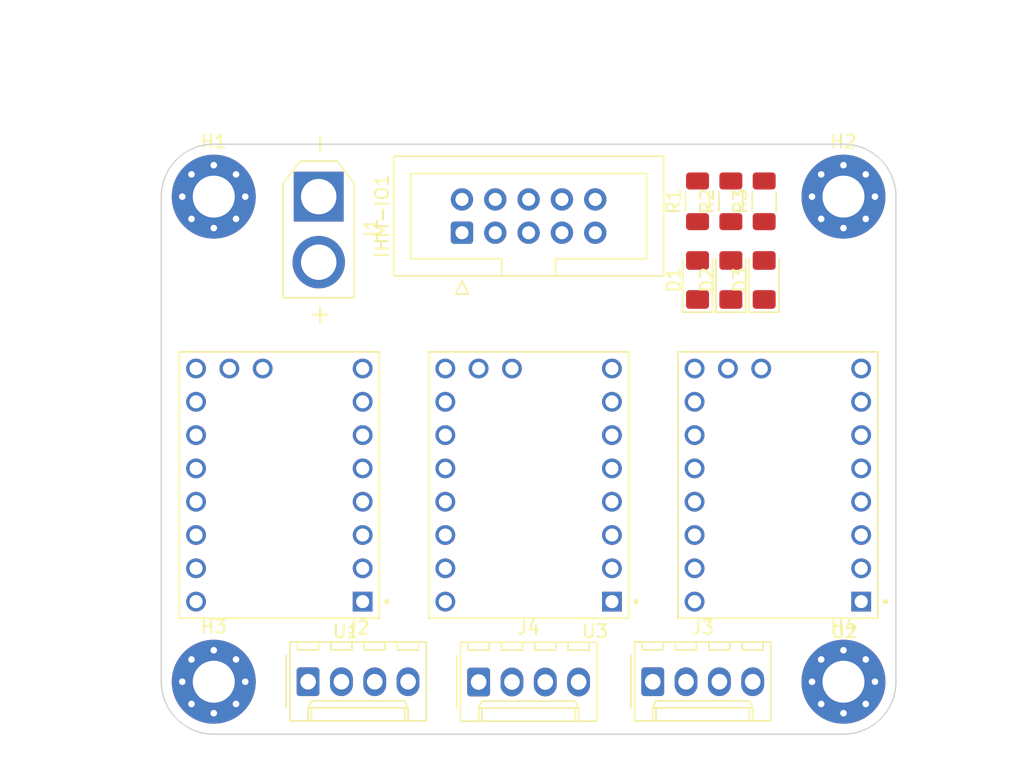
<source format=kicad_pcb>
(kicad_pcb (version 20240108) (generator "pcbnew") (generator_version "8.0")
  (layers (0 "F.Cu" signal "Front") (31 "B.Cu" signal "Back") (34 "B.Paste" user) (35 "F.Paste" user) (36 "B.SilkS" user "B.Silkscreen") (37 "F.SilkS" user "F.Silkscreen") (38 "B.Mask" user) (39 "F.Mask" user) (44 "Edge.Cuts" user))
  (net 0 "")
  (net 8 "+3V3")
  (net 9 "DIR_1")
  (net 10 "STEP_3")
  (net 11 "DIR_3")
  (net 12 "STEP_1")
  (net 13 "DIR_2")
  (net 14 "STEP_2")
  (net 15 "GND")
  (net 16 "+5V")
  (net 17 "EN")
  (net 18 "+24V")
  (net 19 "Net-(J2-Pin_4)")
  (net 20 "Net-(J2-Pin_2)")
  (net 21 "Net-(J2-Pin_1)")
  (net 22 "Net-(J2-Pin_3)")
  (net 23 "Net-(J3-Pin_3)")
  (net 24 "Net-(J3-Pin_1)")
  (net 25 "Net-(J3-Pin_4)")
  (net 26 "Net-(J3-Pin_2)")
  (net 27 "Net-(J4-Pin_3)")
  (net 28 "Net-(J4-Pin_4)")
  (net 29 "Net-(J4-Pin_1)")
  (net 30 "Net-(J4-Pin_2)")
  (net 45 "Net-(D1-A)")
  (net 46 "Net-(D2-A)")
  (net 47 "Net-(D3-A)")
  (footprint "Resistor_SMD:R_1206_3216Metric_Pad1.30x1.75mm_HandSolder" (layer "F.Cu") (at 153.415999 54.355999 90)
    (property "Reference" "R2" (at 0 -1.82 90) (layer "F.SilkS"))
    (property "Value" "R_Small")
    (fp_line (start -0.727064 -0.91) (end 0.727064 -0.91) (stroke (width 0.12)) (layer "F.SilkS"))
    (fp_line (start -0.727064 0.91) (end 0.727064 0.91) (stroke (width 0.12)) (layer "F.SilkS"))
    (pad "1" smd roundrect (at -1.550001 0 90) (size 1.3 1.75) (layers "F.Cu" "F.Paste" "F.Mask") (roundrect_rratio 0.192308) (net 46 "Net-(D2-A)"))
    (pad "2" smd roundrect (at 1.550001 0 90) (size 1.3 1.75) (layers "F.Cu" "F.Paste" "F.Mask") (roundrect_rratio 0.192308) (net 16 "+5V"))
  )
  (footprint "LED_SMD:LED_1206_3216Metric_Pad1.42x1.75mm_HandSolder" (layer "F.Cu") (at 150.876 60.356 90)
    (property "Reference" "D1" (at 0 -1.82 90) (layer "F.SilkS"))
    (property "Value" "LED_Small")
    (fp_line (start 1.6 -1.135) (end -2.46 -1.135) (stroke (width 0.12)) (layer "F.SilkS"))
    (fp_line (start -2.46 -1.135) (end -2.46 1.135) (stroke (width 0.12)) (layer "F.SilkS"))
    (fp_line (start -2.46 1.135) (end 1.6 1.135) (stroke (width 0.12)) (layer "F.SilkS"))
    (pad "1" smd roundrect (at -1.4875 0 90) (size 1.425 1.75) (layers "F.Cu" "F.Paste" "F.Mask") (roundrect_rratio 0.175439) (net 15 "GND"))
    (pad "2" smd roundrect (at 1.4875 0 90) (size 1.425 1.75) (layers "F.Cu" "F.Paste" "F.Mask") (roundrect_rratio 0.175439) (net 45 "Net-(D1-A)"))
  )
  (footprint "MountingHole:MountingHole_3.2mm_M3_Pad_Via" (layer "F.Cu") (at 114 91)
    (property "Reference" "H3" (at 0 -4.2 0) (layer "F.SilkS"))
    (property "Value" "M3")
    (pad "1" thru_hole circle (at -2.4 0) (size 0.8 0.8) (drill 0.5) (layers "*.Cu" "*.Mask") (net 15 "GND"))
    (pad "1" thru_hole circle (at -1.697056 -1.697056) (size 0.8 0.8) (drill 0.5) (layers "*.Cu" "*.Mask") (net 15 "GND"))
    (pad "1" thru_hole circle (at -1.697056 1.697056) (size 0.8 0.8) (drill 0.5) (layers "*.Cu" "*.Mask") (net 15 "GND"))
    (pad "1" thru_hole circle (at 0 -2.4) (size 0.8 0.8) (drill 0.5) (layers "*.Cu" "*.Mask") (net 15 "GND"))
    (pad "1" thru_hole circle (at 0 0) (size 6.4 6.4) (drill 3.2) (layers "*.Cu" "*.Mask") (net 15 "GND"))
    (pad "1" thru_hole circle (at 0 2.4) (size 0.8 0.8) (drill 0.5) (layers "*.Cu" "*.Mask") (net 15 "GND"))
    (pad "1" thru_hole circle (at 1.697056 -1.697056) (size 0.8 0.8) (drill 0.5) (layers "*.Cu" "*.Mask") (net 15 "GND"))
    (pad "1" thru_hole circle (at 1.697056 1.697056) (size 0.8 0.8) (drill 0.5) (layers "*.Cu" "*.Mask") (net 15 "GND"))
    (pad "1" thru_hole circle (at 2.4 0) (size 0.8 0.8) (drill 0.5) (layers "*.Cu" "*.Mask") (net 15 "GND"))
  )
  (footprint "MountingHole:MountingHole_3.2mm_M3_Pad_Via" (layer "F.Cu") (at 114 54)
    (property "Reference" "H1" (at 0 -4.2 0) (layer "F.SilkS"))
    (property "Value" "M3")
    (pad "1" thru_hole circle (at -2.4 0) (size 0.8 0.8) (drill 0.5) (layers "*.Cu" "*.Mask") (net 15 "GND"))
    (pad "1" thru_hole circle (at -1.697056 -1.697056) (size 0.8 0.8) (drill 0.5) (layers "*.Cu" "*.Mask") (net 15 "GND"))
    (pad "1" thru_hole circle (at -1.697056 1.697056) (size 0.8 0.8) (drill 0.5) (layers "*.Cu" "*.Mask") (net 15 "GND"))
    (pad "1" thru_hole circle (at 0 -2.4) (size 0.8 0.8) (drill 0.5) (layers "*.Cu" "*.Mask") (net 15 "GND"))
    (pad "1" thru_hole circle (at 0 0) (size 6.4 6.4) (drill 3.2) (layers "*.Cu" "*.Mask") (net 15 "GND"))
    (pad "1" thru_hole circle (at 0 2.4) (size 0.8 0.8) (drill 0.5) (layers "*.Cu" "*.Mask") (net 15 "GND"))
    (pad "1" thru_hole circle (at 1.697056 -1.697056) (size 0.8 0.8) (drill 0.5) (layers "*.Cu" "*.Mask") (net 15 "GND"))
    (pad "1" thru_hole circle (at 1.697056 1.697056) (size 0.8 0.8) (drill 0.5) (layers "*.Cu" "*.Mask") (net 15 "GND"))
    (pad "1" thru_hole circle (at 2.4 0) (size 0.8 0.8) (drill 0.5) (layers "*.Cu" "*.Mask") (net 15 "GND"))
  )
  (footprint "TMC2209_SILENTSTEPSTICK:MODULE_TMC2209_SILENTSTEPSTICK" (layer "F.Cu") (at 119 76 180)
    (property "Reference" "U1" (at -5.075 -11.155 360) (layer "F.SilkS"))
    (property "Value" "TMC2209_SILENTSTEPSTICK")
    (fp_line (start 7.62 10.16) (end -7.62 10.16) (stroke (width 0.127)) (layer "F.SilkS"))
    (fp_line (start 7.62 -10.16) (end 7.62 10.16) (stroke (width 0.127)) (layer "F.SilkS"))
    (fp_line (start -7.62 10.16) (end -7.62 -10.16) (stroke (width 0.127)) (layer "F.SilkS"))
    (fp_line (start -7.62 -10.16) (end 7.62 -10.16) (stroke (width 0.127)) (layer "F.SilkS"))
    (fp_circle (center -8.2 -8.89) (end -8.1 -8.89) (stroke (width 0.2)) (fill none) (layer "F.SilkS"))
    (pad "1" thru_hole rect (at -6.35 -8.89 180) (size 1.508 1.508) (drill 1) (layers "*.Cu" "*.Mask") (net 15 "GND"))
    (pad "2" thru_hole circle (at -6.35 -6.35 180) (size 1.508 1.508) (drill 1) (layers "*.Cu" "*.Mask") (net 8 "+3V3"))
    (pad "3" thru_hole circle (at -6.35 -3.81 180) (size 1.508 1.508) (drill 1) (layers "*.Cu" "*.Mask") (net 20 "Net-(J2-Pin_2)"))
    (pad "4" thru_hole circle (at -6.35 -1.270001 180) (size 1.508 1.508) (drill 1) (layers "*.Cu" "*.Mask") (net 19 "Net-(J2-Pin_4)"))
    (pad "5" thru_hole circle (at -6.35 1.270001 180) (size 1.508 1.508) (drill 1) (layers "*.Cu" "*.Mask") (net 22 "Net-(J2-Pin_3)"))
    (pad "6" thru_hole circle (at -6.35 3.81 180) (size 1.508 1.508) (drill 1) (layers "*.Cu" "*.Mask") (net 21 "Net-(J2-Pin_1)"))
    (pad "7" thru_hole circle (at -6.35 6.35 180) (size 1.508 1.508) (drill 1) (layers "*.Cu" "*.Mask") (net 15 "GND"))
    (pad "8" thru_hole circle (at -6.35 8.89 180) (size 1.508 1.508) (drill 1) (layers "*.Cu" "*.Mask") (net 18 "+24V"))
    (pad "9" thru_hole circle (at 6.35 -8.89 180) (size 1.508 1.508) (drill 1) (layers "*.Cu" "*.Mask") (net 9 "DIR_1"))
    (pad "10" thru_hole circle (at 6.35 -6.35 180) (size 1.508 1.508) (drill 1) (layers "*.Cu" "*.Mask") (net 12 "STEP_1"))
    (pad "11" thru_hole circle (at 6.35 -3.81 180) (size 1.508 1.508) (drill 1) (layers "*.Cu" "*.Mask"))
    (pad "12" thru_hole circle (at 6.35 -1.270001 180) (size 1.508 1.508) (drill 1) (layers "*.Cu" "*.Mask"))
    (pad "13" thru_hole circle (at 6.35 1.270001 180) (size 1.508 1.508) (drill 1) (layers "*.Cu" "*.Mask"))
    (pad "14" thru_hole circle (at 6.35 3.81 180) (size 1.508 1.508) (drill 1) (layers "*.Cu" "*.Mask"))
    (pad "15" thru_hole circle (at 6.35 6.35 180) (size 1.508 1.508) (drill 1) (layers "*.Cu" "*.Mask"))
    (pad "16" thru_hole circle (at 6.35 8.89 180) (size 1.508 1.508) (drill 1) (layers "*.Cu" "*.Mask") (net 17 "EN"))
    (pad "17" thru_hole circle (at 1.27 8.89 180) (size 1.508 1.508) (drill 1) (layers "*.Cu" "*.Mask"))
    (pad "18" thru_hole circle (at 3.81 8.89 180) (size 1.508 1.508) (drill 1) (layers "*.Cu" "*.Mask"))
  )
  (footprint "TMC2209_SILENTSTEPSTICK:MODULE_TMC2209_SILENTSTEPSTICK" (layer "F.Cu") (at 138 76 180)
    (property "Reference" "U3" (at -5.075 -11.155 360) (layer "F.SilkS"))
    (property "Value" "TMC2209_SILENTSTEPSTICK")
    (fp_line (start 7.62 10.16) (end -7.62 10.16) (stroke (width 0.127)) (layer "F.SilkS"))
    (fp_line (start 7.62 -10.16) (end 7.62 10.16) (stroke (width 0.127)) (layer "F.SilkS"))
    (fp_line (start -7.62 10.16) (end -7.62 -10.16) (stroke (width 0.127)) (layer "F.SilkS"))
    (fp_line (start -7.62 -10.16) (end 7.62 -10.16) (stroke (width 0.127)) (layer "F.SilkS"))
    (fp_circle (center -8.2 -8.89) (end -8.1 -8.89) (stroke (width 0.2)) (fill none) (layer "F.SilkS"))
    (pad "1" thru_hole rect (at -6.35 -8.89 180) (size 1.508 1.508) (drill 1) (layers "*.Cu" "*.Mask") (net 15 "GND"))
    (pad "2" thru_hole circle (at -6.35 -6.35 180) (size 1.508 1.508) (drill 1) (layers "*.Cu" "*.Mask") (net 8 "+3V3"))
    (pad "3" thru_hole circle (at -6.35 -3.81 180) (size 1.508 1.508) (drill 1) (layers "*.Cu" "*.Mask") (net 30 "Net-(J4-Pin_2)"))
    (pad "4" thru_hole circle (at -6.35 -1.270001 180) (size 1.508 1.508) (drill 1) (layers "*.Cu" "*.Mask") (net 28 "Net-(J4-Pin_4)"))
    (pad "5" thru_hole circle (at -6.35 1.270001 180) (size 1.508 1.508) (drill 1) (layers "*.Cu" "*.Mask") (net 27 "Net-(J4-Pin_3)"))
    (pad "6" thru_hole circle (at -6.35 3.81 180) (size 1.508 1.508) (drill 1) (layers "*.Cu" "*.Mask") (net 29 "Net-(J4-Pin_1)"))
    (pad "7" thru_hole circle (at -6.35 6.35 180) (size 1.508 1.508) (drill 1) (layers "*.Cu" "*.Mask") (net 15 "GND"))
    (pad "8" thru_hole circle (at -6.35 8.89 180) (size 1.508 1.508) (drill 1) (layers "*.Cu" "*.Mask") (net 18 "+24V"))
    (pad "9" thru_hole circle (at 6.35 -8.89 180) (size 1.508 1.508) (drill 1) (layers "*.Cu" "*.Mask") (net 10 "STEP_3"))
    (pad "10" thru_hole circle (at 6.35 -6.35 180) (size 1.508 1.508) (drill 1) (layers "*.Cu" "*.Mask") (net 11 "DIR_3"))
    (pad "11" thru_hole circle (at 6.35 -3.81 180) (size 1.508 1.508) (drill 1) (layers "*.Cu" "*.Mask"))
    (pad "12" thru_hole circle (at 6.35 -1.270001 180) (size 1.508 1.508) (drill 1) (layers "*.Cu" "*.Mask"))
    (pad "13" thru_hole circle (at 6.35 1.270001 180) (size 1.508 1.508) (drill 1) (layers "*.Cu" "*.Mask"))
    (pad "14" thru_hole circle (at 6.35 3.81 180) (size 1.508 1.508) (drill 1) (layers "*.Cu" "*.Mask"))
    (pad "15" thru_hole circle (at 6.35 6.35 180) (size 1.508 1.508) (drill 1) (layers "*.Cu" "*.Mask"))
    (pad "16" thru_hole circle (at 6.35 8.89 180) (size 1.508 1.508) (drill 1) (layers "*.Cu" "*.Mask") (net 17 "EN"))
    (pad "17" thru_hole circle (at 1.27 8.89 180) (size 1.508 1.508) (drill 1) (layers "*.Cu" "*.Mask"))
    (pad "18" thru_hole circle (at 3.81 8.89 180) (size 1.508 1.508) (drill 1) (layers "*.Cu" "*.Mask"))
  )
  (footprint "Connector_Molex:Molex_KK-254_AE-6410-04A_1x04_P2.54mm_Vertical" (layer "F.Cu") (at 147.46 91)
    (property "Reference" "J3" (at 3.81 -4.12 0) (layer "F.SilkS"))
    (property "Value" "Conn_01x04")
    (fp_line (start -1.67 -2) (end -1.67 2) (stroke (width 0.12)) (layer "F.SilkS"))
    (fp_line (start -1.38 -3.03) (end -1.38 2.99) (stroke (width 0.12)) (layer "F.SilkS"))
    (fp_line (start -1.38 2.99) (end 9 2.99) (stroke (width 0.12)) (layer "F.SilkS"))
    (fp_line (start -0.8 -3.03) (end -0.8 -2.43) (stroke (width 0.12)) (layer "F.SilkS"))
    (fp_line (start -0.8 -2.43) (end 0.8 -2.43) (stroke (width 0.12)) (layer "F.SilkS"))
    (fp_line (start 0 1.99) (end 0.25 1.46) (stroke (width 0.12)) (layer "F.SilkS"))
    (fp_line (start 0 1.99) (end 7.62 1.99) (stroke (width 0.12)) (layer "F.SilkS"))
    (fp_line (start 0 2.99) (end 0 1.99) (stroke (width 0.12)) (layer "F.SilkS"))
    (fp_line (start 0.25 1.46) (end 7.37 1.46) (stroke (width 0.12)) (layer "F.SilkS"))
    (fp_line (start 0.25 2.99) (end 0.25 1.99) (stroke (width 0.12)) (layer "F.SilkS"))
    (fp_line (start 0.8 -2.43) (end 0.8 -3.03) (stroke (width 0.12)) (layer "F.SilkS"))
    (fp_line (start 1.74 -3.03) (end 1.74 -2.43) (stroke (width 0.12)) (layer "F.SilkS"))
    (fp_line (start 1.74 -2.43) (end 3.34 -2.43) (stroke (width 0.12)) (layer "F.SilkS"))
    (fp_line (start 3.34 -2.43) (end 3.34 -3.03) (stroke (width 0.12)) (layer "F.SilkS"))
    (fp_line (start 4.28 -3.03) (end 4.28 -2.43) (stroke (width 0.12)) (layer "F.SilkS"))
    (fp_line (start 4.28 -2.43) (end 5.88 -2.43) (stroke (width 0.12)) (layer "F.SilkS"))
    (fp_line (start 5.88 -2.43) (end 5.88 -3.03) (stroke (width 0.12)) (layer "F.SilkS"))
    (fp_line (start 6.82 -3.03) (end 6.82 -2.43) (stroke (width 0.12)) (layer "F.SilkS"))
    (fp_line (start 6.82 -2.43) (end 8.42 -2.43) (stroke (width 0.12)) (layer "F.SilkS"))
    (fp_line (start 7.37 1.46) (end 7.62 1.99) (stroke (width 0.12)) (layer "F.SilkS"))
    (fp_line (start 7.37 2.99) (end 7.37 1.99) (stroke (width 0.12)) (layer "F.SilkS"))
    (fp_line (start 7.62 1.99) (end 7.62 2.99) (stroke (width 0.12)) (layer "F.SilkS"))
    (fp_line (start 8.42 -2.43) (end 8.42 -3.03) (stroke (width 0.12)) (layer "F.SilkS"))
    (fp_line (start 9 -3.03) (end -1.38 -3.03) (stroke (width 0.12)) (layer "F.SilkS"))
    (fp_line (start 9 2.99) (end 9 -3.03) (stroke (width 0.12)) (layer "F.SilkS"))
    (pad "1" thru_hole roundrect (at 0 0) (size 1.74 2.19) (drill 1.19) (layers "*.Cu" "*.Mask") (roundrect_rratio 0.143678) (net 24 "Net-(J3-Pin_1)"))
    (pad "2" thru_hole oval (at 2.54 0) (size 1.74 2.19) (drill 1.19) (layers "*.Cu" "*.Mask") (net 26 "Net-(J3-Pin_2)"))
    (pad "3" thru_hole oval (at 5.08 0) (size 1.74 2.19) (drill 1.19) (layers "*.Cu" "*.Mask") (net 23 "Net-(J3-Pin_3)"))
    (pad "4" thru_hole oval (at 7.62 0) (size 1.74 2.19) (drill 1.19) (layers "*.Cu" "*.Mask") (net 25 "Net-(J3-Pin_4)"))
  )
  (footprint "Connector_Molex:Molex_KK-254_AE-6410-04A_1x04_P2.54mm_Vertical" (layer "F.Cu") (at 134.19 91.02)
    (property "Reference" "J4" (at 3.81 -4.12 0) (layer "F.SilkS"))
    (property "Value" "Conn_01x04")
    (fp_line (start -1.67 -2) (end -1.67 2) (stroke (width 0.12)) (layer "F.SilkS"))
    (fp_line (start -1.38 -3.03) (end -1.38 2.99) (stroke (width 0.12)) (layer "F.SilkS"))
    (fp_line (start -1.38 2.99) (end 9 2.99) (stroke (width 0.12)) (layer "F.SilkS"))
    (fp_line (start -0.8 -3.03) (end -0.8 -2.43) (stroke (width 0.12)) (layer "F.SilkS"))
    (fp_line (start -0.8 -2.43) (end 0.8 -2.43) (stroke (width 0.12)) (layer "F.SilkS"))
    (fp_line (start 0 1.99) (end 0.25 1.46) (stroke (width 0.12)) (layer "F.SilkS"))
    (fp_line (start 0 1.99) (end 7.62 1.99) (stroke (width 0.12)) (layer "F.SilkS"))
    (fp_line (start 0 2.99) (end 0 1.99) (stroke (width 0.12)) (layer "F.SilkS"))
    (fp_line (start 0.25 1.46) (end 7.37 1.46) (stroke (width 0.12)) (layer "F.SilkS"))
    (fp_line (start 0.25 2.99) (end 0.25 1.99) (stroke (width 0.12)) (layer "F.SilkS"))
    (fp_line (start 0.8 -2.43) (end 0.8 -3.03) (stroke (width 0.12)) (layer "F.SilkS"))
    (fp_line (start 1.74 -3.03) (end 1.74 -2.43) (stroke (width 0.12)) (layer "F.SilkS"))
    (fp_line (start 1.74 -2.43) (end 3.34 -2.43) (stroke (width 0.12)) (layer "F.SilkS"))
    (fp_line (start 3.34 -2.43) (end 3.34 -3.03) (stroke (width 0.12)) (layer "F.SilkS"))
    (fp_line (start 4.28 -3.03) (end 4.28 -2.43) (stroke (width 0.12)) (layer "F.SilkS"))
    (fp_line (start 4.28 -2.43) (end 5.88 -2.43) (stroke (width 0.12)) (layer "F.SilkS"))
    (fp_line (start 5.88 -2.43) (end 5.88 -3.03) (stroke (width 0.12)) (layer "F.SilkS"))
    (fp_line (start 6.82 -3.03) (end 6.82 -2.43) (stroke (width 0.12)) (layer "F.SilkS"))
    (fp_line (start 6.82 -2.43) (end 8.42 -2.43) (stroke (width 0.12)) (layer "F.SilkS"))
    (fp_line (start 7.37 1.46) (end 7.62 1.99) (stroke (width 0.12)) (layer "F.SilkS"))
    (fp_line (start 7.37 2.99) (end 7.37 1.99) (stroke (width 0.12)) (layer "F.SilkS"))
    (fp_line (start 7.62 1.99) (end 7.62 2.99) (stroke (width 0.12)) (layer "F.SilkS"))
    (fp_line (start 8.42 -2.43) (end 8.42 -3.03) (stroke (width 0.12)) (layer "F.SilkS"))
    (fp_line (start 9 -3.03) (end -1.38 -3.03) (stroke (width 0.12)) (layer "F.SilkS"))
    (fp_line (start 9 2.99) (end 9 -3.03) (stroke (width 0.12)) (layer "F.SilkS"))
    (pad "1" thru_hole roundrect (at 0 0) (size 1.74 2.19) (drill 1.19) (layers "*.Cu" "*.Mask") (roundrect_rratio 0.143678) (net 29 "Net-(J4-Pin_1)"))
    (pad "2" thru_hole oval (at 2.54 0) (size 1.74 2.19) (drill 1.19) (layers "*.Cu" "*.Mask") (net 30 "Net-(J4-Pin_2)"))
    (pad "3" thru_hole oval (at 5.08 0) (size 1.74 2.19) (drill 1.19) (layers "*.Cu" "*.Mask") (net 27 "Net-(J4-Pin_3)"))
    (pad "4" thru_hole oval (at 7.62 0) (size 1.74 2.19) (drill 1.19) (layers "*.Cu" "*.Mask") (net 28 "Net-(J4-Pin_4)"))
  )
  (footprint "LED_SMD:LED_1206_3216Metric_Pad1.42x1.75mm_HandSolder" (layer "F.Cu") (at 153.415999 60.356 90)
    (property "Reference" "D2" (at 0 -1.82 90) (layer "F.SilkS"))
    (property "Value" "LED_Small")
    (fp_line (start 1.6 -1.135) (end -2.46 -1.135) (stroke (width 0.12)) (layer "F.SilkS"))
    (fp_line (start -2.46 -1.135) (end -2.46 1.135) (stroke (width 0.12)) (layer "F.SilkS"))
    (fp_line (start -2.46 1.135) (end 1.6 1.135) (stroke (width 0.12)) (layer "F.SilkS"))
    (pad "1" smd roundrect (at -1.4875 0 90) (size 1.425 1.75) (layers "F.Cu" "F.Paste" "F.Mask") (roundrect_rratio 0.175439) (net 15 "GND"))
    (pad "2" smd roundrect (at 1.4875 0 90) (size 1.425 1.75) (layers "F.Cu" "F.Paste" "F.Mask") (roundrect_rratio 0.175439) (net 46 "Net-(D2-A)"))
  )
  (footprint "Connector_Molex:Molex_KK-254_AE-6410-04A_1x04_P2.54mm_Vertical" (layer "F.Cu") (at 121.19 91)
    (property "Reference" "J2" (at 3.81 -4.12 0) (layer "F.SilkS"))
    (property "Value" "Conn_01x04")
    (fp_line (start -1.67 -2) (end -1.67 2) (stroke (width 0.12)) (layer "F.SilkS"))
    (fp_line (start -1.38 -3.03) (end -1.38 2.99) (stroke (width 0.12)) (layer "F.SilkS"))
    (fp_line (start -1.38 2.99) (end 9 2.99) (stroke (width 0.12)) (layer "F.SilkS"))
    (fp_line (start -0.8 -3.03) (end -0.8 -2.43) (stroke (width 0.12)) (layer "F.SilkS"))
    (fp_line (start -0.8 -2.43) (end 0.8 -2.43) (stroke (width 0.12)) (layer "F.SilkS"))
    (fp_line (start 0 1.99) (end 0.25 1.46) (stroke (width 0.12)) (layer "F.SilkS"))
    (fp_line (start 0 1.99) (end 7.62 1.99) (stroke (width 0.12)) (layer "F.SilkS"))
    (fp_line (start 0 2.99) (end 0 1.99) (stroke (width 0.12)) (layer "F.SilkS"))
    (fp_line (start 0.25 1.46) (end 7.37 1.46) (stroke (width 0.12)) (layer "F.SilkS"))
    (fp_line (start 0.25 2.99) (end 0.25 1.99) (stroke (width 0.12)) (layer "F.SilkS"))
    (fp_line (start 0.8 -2.43) (end 0.8 -3.03) (stroke (width 0.12)) (layer "F.SilkS"))
    (fp_line (start 1.74 -3.03) (end 1.74 -2.43) (stroke (width 0.12)) (layer "F.SilkS"))
    (fp_line (start 1.74 -2.43) (end 3.34 -2.43) (stroke (width 0.12)) (layer "F.SilkS"))
    (fp_line (start 3.34 -2.43) (end 3.34 -3.03) (stroke (width 0.12)) (layer "F.SilkS"))
    (fp_line (start 4.28 -3.03) (end 4.28 -2.43) (stroke (width 0.12)) (layer "F.SilkS"))
    (fp_line (start 4.28 -2.43) (end 5.88 -2.43) (stroke (width 0.12)) (layer "F.SilkS"))
    (fp_line (start 5.88 -2.43) (end 5.88 -3.03) (stroke (width 0.12)) (layer "F.SilkS"))
    (fp_line (start 6.82 -3.03) (end 6.82 -2.43) (stroke (width 0.12)) (layer "F.SilkS"))
    (fp_line (start 6.82 -2.43) (end 8.42 -2.43) (stroke (width 0.12)) (layer "F.SilkS"))
    (fp_line (start 7.37 1.46) (end 7.62 1.99) (stroke (width 0.12)) (layer "F.SilkS"))
    (fp_line (start 7.37 2.99) (end 7.37 1.99) (stroke (width 0.12)) (layer "F.SilkS"))
    (fp_line (start 7.62 1.99) (end 7.62 2.99) (stroke (width 0.12)) (layer "F.SilkS"))
    (fp_line (start 8.42 -2.43) (end 8.42 -3.03) (stroke (width 0.12)) (layer "F.SilkS"))
    (fp_line (start 9 -3.03) (end -1.38 -3.03) (stroke (width 0.12)) (layer "F.SilkS"))
    (fp_line (start 9 2.99) (end 9 -3.03) (stroke (width 0.12)) (layer "F.SilkS"))
    (pad "1" thru_hole roundrect (at 0 0) (size 1.74 2.19) (drill 1.19) (layers "*.Cu" "*.Mask") (roundrect_rratio 0.143678) (net 21 "Net-(J2-Pin_1)"))
    (pad "2" thru_hole oval (at 2.54 0) (size 1.74 2.19) (drill 1.19) (layers "*.Cu" "*.Mask") (net 20 "Net-(J2-Pin_2)"))
    (pad "3" thru_hole oval (at 5.08 0) (size 1.74 2.19) (drill 1.19) (layers "*.Cu" "*.Mask") (net 22 "Net-(J2-Pin_3)"))
    (pad "4" thru_hole oval (at 7.62 0) (size 1.74 2.19) (drill 1.19) (layers "*.Cu" "*.Mask") (net 19 "Net-(J2-Pin_4)"))
  )
  (footprint "MountingHole:MountingHole_3.2mm_M3_Pad_Via" (layer "F.Cu") (at 162 54)
    (property "Reference" "H2" (at 0 -4.2 0) (layer "F.SilkS"))
    (property "Value" "M3")
    (pad "1" thru_hole circle (at -2.4 0) (size 0.8 0.8) (drill 0.5) (layers "*.Cu" "*.Mask") (net 15 "GND"))
    (pad "1" thru_hole circle (at -1.697056 -1.697056) (size 0.8 0.8) (drill 0.5) (layers "*.Cu" "*.Mask") (net 15 "GND"))
    (pad "1" thru_hole circle (at -1.697056 1.697056) (size 0.8 0.8) (drill 0.5) (layers "*.Cu" "*.Mask") (net 15 "GND"))
    (pad "1" thru_hole circle (at 0 -2.4) (size 0.8 0.8) (drill 0.5) (layers "*.Cu" "*.Mask") (net 15 "GND"))
    (pad "1" thru_hole circle (at 0 0) (size 6.4 6.4) (drill 3.2) (layers "*.Cu" "*.Mask") (net 15 "GND"))
    (pad "1" thru_hole circle (at 0 2.4) (size 0.8 0.8) (drill 0.5) (layers "*.Cu" "*.Mask") (net 15 "GND"))
    (pad "1" thru_hole circle (at 1.697056 -1.697056) (size 0.8 0.8) (drill 0.5) (layers "*.Cu" "*.Mask") (net 15 "GND"))
    (pad "1" thru_hole circle (at 1.697056 1.697056) (size 0.8 0.8) (drill 0.5) (layers "*.Cu" "*.Mask") (net 15 "GND"))
    (pad "1" thru_hole circle (at 2.4 0) (size 0.8 0.8) (drill 0.5) (layers "*.Cu" "*.Mask") (net 15 "GND"))
  )
  (footprint "MountingHole:MountingHole_3.2mm_M3_Pad_Via" (layer "F.Cu") (at 162 91)
    (property "Reference" "H4" (at 0 -4.2 0) (layer "F.SilkS"))
    (property "Value" "M3")
    (pad "1" thru_hole circle (at -2.4 0) (size 0.8 0.8) (drill 0.5) (layers "*.Cu" "*.Mask") (net 15 "GND"))
    (pad "1" thru_hole circle (at -1.697056 -1.697056) (size 0.8 0.8) (drill 0.5) (layers "*.Cu" "*.Mask") (net 15 "GND"))
    (pad "1" thru_hole circle (at -1.697056 1.697056) (size 0.8 0.8) (drill 0.5) (layers "*.Cu" "*.Mask") (net 15 "GND"))
    (pad "1" thru_hole circle (at 0 -2.4) (size 0.8 0.8) (drill 0.5) (layers "*.Cu" "*.Mask") (net 15 "GND"))
    (pad "1" thru_hole circle (at 0 0) (size 6.4 6.4) (drill 3.2) (layers "*.Cu" "*.Mask") (net 15 "GND"))
    (pad "1" thru_hole circle (at 0 2.4) (size 0.8 0.8) (drill 0.5) (layers "*.Cu" "*.Mask") (net 15 "GND"))
    (pad "1" thru_hole circle (at 1.697056 -1.697056) (size 0.8 0.8) (drill 0.5) (layers "*.Cu" "*.Mask") (net 15 "GND"))
    (pad "1" thru_hole circle (at 1.697056 1.697056) (size 0.8 0.8) (drill 0.5) (layers "*.Cu" "*.Mask") (net 15 "GND"))
    (pad "1" thru_hole circle (at 2.4 0) (size 0.8 0.8) (drill 0.5) (layers "*.Cu" "*.Mask") (net 15 "GND"))
  )
  (footprint "LED_SMD:LED_1206_3216Metric_Pad1.42x1.75mm_HandSolder" (layer "F.Cu") (at 155.955999 60.356 90)
    (property "Reference" "D3" (at 0 -1.82 90) (layer "F.SilkS"))
    (property "Value" "LED_Small")
    (fp_line (start 1.6 -1.135) (end -2.46 -1.135) (stroke (width 0.12)) (layer "F.SilkS"))
    (fp_line (start -2.46 -1.135) (end -2.46 1.135) (stroke (width 0.12)) (layer "F.SilkS"))
    (fp_line (start -2.46 1.135) (end 1.6 1.135) (stroke (width 0.12)) (layer "F.SilkS"))
    (pad "1" smd roundrect (at -1.4875 0 90) (size 1.425 1.75) (layers "F.Cu" "F.Paste" "F.Mask") (roundrect_rratio 0.175439) (net 15 "GND"))
    (pad "2" smd roundrect (at 1.4875 0 90) (size 1.425 1.75) (layers "F.Cu" "F.Paste" "F.Mask") (roundrect_rratio 0.175439) (net 47 "Net-(D3-A)"))
  )
  (footprint "Resistor_SMD:R_1206_3216Metric_Pad1.30x1.75mm_HandSolder" (layer "F.Cu") (at 150.875999 54.356 90)
    (property "Reference" "R1" (at 0 -1.82 90) (layer "F.SilkS"))
    (property "Value" "R_Small")
    (fp_line (start -0.727064 -0.91) (end 0.727064 -0.91) (stroke (width 0.12)) (layer "F.SilkS"))
    (fp_line (start -0.727064 0.91) (end 0.727064 0.91) (stroke (width 0.12)) (layer "F.SilkS"))
    (pad "1" smd roundrect (at -1.550001 0 90) (size 1.3 1.75) (layers "F.Cu" "F.Paste" "F.Mask") (roundrect_rratio 0.192308) (net 45 "Net-(D1-A)"))
    (pad "2" smd roundrect (at 1.550001 0 90) (size 1.3 1.75) (layers "F.Cu" "F.Paste" "F.Mask") (roundrect_rratio 0.192308) (net 18 "+24V"))
  )
  (footprint "Connector_AMASS:AMASS_XT30U-F_1x02_P5.0mm_Vertical" (layer "F.Cu") (at 122 54 -90)
    (property "Reference" "J1" (at 2.5 -4 90) (layer "F.SilkS"))
    (property "Value" "XT30")
    (fp_line (start -1.01 2.71) (end 7.71 2.71) (stroke (width 0.12)) (layer "F.SilkS"))
    (fp_line (start -2.71 1.41) (end -1.01 2.71) (stroke (width 0.12)) (layer "F.SilkS"))
    (fp_line (start -2.71 -1.41) (end -2.71 1.41) (stroke (width 0.12)) (layer "F.SilkS"))
    (fp_line (start -2.71 -1.41) (end -1.01 -2.71) (stroke (width 0.12)) (layer "F.SilkS"))
    (fp_line (start -1.01 -2.71) (end 7.71 -2.71) (stroke (width 0.12)) (layer "F.SilkS"))
    (fp_line (start 7.71 -2.71) (end 7.71 2.71) (stroke (width 0.12)) (layer "F.SilkS"))
    (fp_text user "+" (at 9 0 90) (layer "F.SilkS") (effects (font (size 1.5 1.5))))
    (fp_text user "-" (at -4 0 90) (layer "F.SilkS") (effects (font (size 1.5 1.5))))
    (pad "1" thru_hole rect (at 0 0 270) (size 3.8 3.8) (drill 2.7) (layers "*.Cu" "*.Mask") (net 15 "GND"))
    (pad "2" thru_hole circle (at 5 0 270) (size 4 4) (drill 2.7) (layers "*.Cu" "*.Mask") (net 18 "+24V"))
  )
  (footprint "TMC2209_SILENTSTEPSTICK:MODULE_TMC2209_SILENTSTEPSTICK" (layer "F.Cu") (at 157 76 180)
    (property "Reference" "U2" (at -5.075 -11.155 360) (layer "F.SilkS"))
    (property "Value" "TMC2209_SILENTSTEPSTICK")
    (fp_line (start 7.62 10.16) (end -7.62 10.16) (stroke (width 0.127)) (layer "F.SilkS"))
    (fp_line (start 7.62 -10.16) (end 7.62 10.16) (stroke (width 0.127)) (layer "F.SilkS"))
    (fp_line (start -7.62 10.16) (end -7.62 -10.16) (stroke (width 0.127)) (layer "F.SilkS"))
    (fp_line (start -7.62 -10.16) (end 7.62 -10.16) (stroke (width 0.127)) (layer "F.SilkS"))
    (fp_circle (center -8.2 -8.89) (end -8.1 -8.89) (stroke (width 0.2)) (fill none) (layer "F.SilkS"))
    (pad "1" thru_hole rect (at -6.35 -8.89 180) (size 1.508 1.508) (drill 1) (layers "*.Cu" "*.Mask") (net 15 "GND"))
    (pad "2" thru_hole circle (at -6.35 -6.35 180) (size 1.508 1.508) (drill 1) (layers "*.Cu" "*.Mask") (net 8 "+3V3"))
    (pad "3" thru_hole circle (at -6.35 -3.81 180) (size 1.508 1.508) (drill 1) (layers "*.Cu" "*.Mask") (net 26 "Net-(J3-Pin_2)"))
    (pad "4" thru_hole circle (at -6.35 -1.270001 180) (size 1.508 1.508) (drill 1) (layers "*.Cu" "*.Mask") (net 25 "Net-(J3-Pin_4)"))
    (pad "5" thru_hole circle (at -6.35 1.270001 180) (size 1.508 1.508) (drill 1) (layers "*.Cu" "*.Mask") (net 23 "Net-(J3-Pin_3)"))
    (pad "6" thru_hole circle (at -6.35 3.81 180) (size 1.508 1.508) (drill 1) (layers "*.Cu" "*.Mask") (net 24 "Net-(J3-Pin_1)"))
    (pad "7" thru_hole circle (at -6.35 6.35 180) (size 1.508 1.508) (drill 1) (layers "*.Cu" "*.Mask") (net 15 "GND"))
    (pad "8" thru_hole circle (at -6.35 8.89 180) (size 1.508 1.508) (drill 1) (layers "*.Cu" "*.Mask") (net 18 "+24V"))
    (pad "9" thru_hole circle (at 6.35 -8.89 180) (size 1.508 1.508) (drill 1) (layers "*.Cu" "*.Mask") (net 13 "DIR_2"))
    (pad "10" thru_hole circle (at 6.35 -6.35 180) (size 1.508 1.508) (drill 1) (layers "*.Cu" "*.Mask") (net 14 "STEP_2"))
    (pad "11" thru_hole circle (at 6.35 -3.81 180) (size 1.508 1.508) (drill 1) (layers "*.Cu" "*.Mask"))
    (pad "12" thru_hole circle (at 6.35 -1.270001 180) (size 1.508 1.508) (drill 1) (layers "*.Cu" "*.Mask"))
    (pad "13" thru_hole circle (at 6.35 1.270001 180) (size 1.508 1.508) (drill 1) (layers "*.Cu" "*.Mask"))
    (pad "14" thru_hole circle (at 6.35 3.81 180) (size 1.508 1.508) (drill 1) (layers "*.Cu" "*.Mask"))
    (pad "15" thru_hole circle (at 6.35 6.35 180) (size 1.508 1.508) (drill 1) (layers "*.Cu" "*.Mask"))
    (pad "16" thru_hole circle (at 6.35 8.89 180) (size 1.508 1.508) (drill 1) (layers "*.Cu" "*.Mask") (net 17 "EN"))
    (pad "17" thru_hole circle (at 1.27 8.89 180) (size 1.508 1.508) (drill 1) (layers "*.Cu" "*.Mask"))
    (pad "18" thru_hole circle (at 3.81 8.89 180) (size 1.508 1.508) (drill 1) (layers "*.Cu" "*.Mask"))
  )
  (footprint "Resistor_SMD:R_1206_3216Metric_Pad1.30x1.75mm_HandSolder" (layer "F.Cu") (at 155.956 54.356 90)
    (property "Reference" "R3" (at 0 -1.82 90) (layer "F.SilkS"))
    (property "Value" "R_Small")
    (fp_line (start -0.727064 -0.91) (end 0.727064 -0.91) (stroke (width 0.12)) (layer "F.SilkS"))
    (fp_line (start -0.727064 0.91) (end 0.727064 0.91) (stroke (width 0.12)) (layer "F.SilkS"))
    (pad "1" smd roundrect (at -1.550001 0 90) (size 1.3 1.75) (layers "F.Cu" "F.Paste" "F.Mask") (roundrect_rratio 0.192308) (net 47 "Net-(D3-A)"))
    (pad "2" smd roundrect (at 1.550001 0 90) (size 1.3 1.75) (layers "F.Cu" "F.Paste" "F.Mask") (roundrect_rratio 0.192308) (net 8 "+3V3"))
  )
  (footprint "Connector_IDC:IDC-Header_2x05_P2.54mm_Vertical" (layer "F.Cu") (at 132.92 56.7525 90)
    (property "Reference" "IHM-IO1" (at 1.27 -6.1 90) (layer "F.SilkS"))
    (property "Value" "Conn_02x05_Odd_Even")
    (fp_line (start 5.83 -5.21) (end 5.83 15.37) (stroke (width 0.12)) (layer "F.SilkS"))
    (fp_line (start -3.29 -5.21) (end 5.83 -5.21) (stroke (width 0.12)) (layer "F.SilkS"))
    (fp_line (start 4.52 -3.91) (end 4.52 14.07) (stroke (width 0.12)) (layer "F.SilkS"))
    (fp_line (start -1.98 -3.91) (end 4.52 -3.91) (stroke (width 0.12)) (layer "F.SilkS"))
    (fp_line (start -4.68 -0.5) (end -4.68 0.5) (stroke (width 0.12)) (layer "F.SilkS"))
    (fp_line (start -3.68 0) (end -4.68 -0.5) (stroke (width 0.12)) (layer "F.SilkS"))
    (fp_line (start -4.68 0.5) (end -3.68 0) (stroke (width 0.12)) (layer "F.SilkS"))
    (fp_line (start -1.98 3.03) (end -1.98 -3.91) (stroke (width 0.12)) (layer "F.SilkS"))
    (fp_line (start -3.29 3.03) (end -1.98 3.03) (stroke (width 0.12)) (layer "F.SilkS"))
    (fp_line (start -1.98 7.13) (end -1.98 7.13) (stroke (width 0.12)) (layer "F.SilkS"))
    (fp_line (start -1.98 7.13) (end -3.29 7.13) (stroke (width 0.12)) (layer "F.SilkS"))
    (fp_line (start 4.52 14.07) (end -1.98 14.07) (stroke (width 0.12)) (layer "F.SilkS"))
    (fp_line (start -1.98 14.07) (end -1.98 7.13) (stroke (width 0.12)) (layer "F.SilkS"))
    (fp_line (start 5.83 15.37) (end -3.29 15.37) (stroke (width 0.12)) (layer "F.SilkS"))
    (fp_line (start -3.29 15.37) (end -3.29 -5.21) (stroke (width 0.12)) (layer "F.SilkS"))
    (pad "1" thru_hole roundrect (at 0 0 90) (size 1.7 1.7) (drill 1) (layers "*.Cu" "*.Mask") (roundrect_rratio 0.147059) (net 9 "DIR_1"))
    (pad "2" thru_hole circle (at 2.54 0 90) (size 1.7 1.7) (drill 1) (layers "*.Cu" "*.Mask") (net 16 "+5V"))
    (pad "3" thru_hole circle (at 0 2.54 90) (size 1.7 1.7) (drill 1) (layers "*.Cu" "*.Mask") (net 12 "STEP_1"))
    (pad "4" thru_hole circle (at 2.54 2.54 90) (size 1.7 1.7) (drill 1) (layers "*.Cu" "*.Mask") (net 10 "STEP_3"))
    (pad "5" thru_hole circle (at 0 5.079999 90) (size 1.7 1.7) (drill 1) (layers "*.Cu" "*.Mask") (net 17 "EN"))
    (pad "6" thru_hole circle (at 2.54 5.08 90) (size 1.7 1.7) (drill 1) (layers "*.Cu" "*.Mask") (net 15 "GND"))
    (pad "7" thru_hole circle (at 0 7.62 90) (size 1.7 1.7) (drill 1) (layers "*.Cu" "*.Mask") (net 13 "DIR_2"))
    (pad "8" thru_hole circle (at 2.54 7.62 90) (size 1.7 1.7) (drill 1) (layers "*.Cu" "*.Mask") (net 11 "DIR_3"))
    (pad "9" thru_hole circle (at 0 10.16 90) (size 1.7 1.7) (drill 1) (layers "*.Cu" "*.Mask") (net 14 "STEP_2"))
    (pad "10" thru_hole circle (at 2.54 10.16 90) (size 1.7 1.7) (drill 1) (layers "*.Cu" "*.Mask") (net 8 "+3V3"))
  )
  (gr_arc (start 114 95) (mid 111.171573 93.828427) (end 110 91) (stroke (width 0.1)) (layer "Edge.Cuts"))
  (gr_arc (start 166 91) (mid 164.828427 93.828427) (end 162 95) (stroke (width 0.1)) (layer "Edge.Cuts"))
  (gr_line (start 110 91) (end 110 54) (stroke (width 0.1)) (layer "Edge.Cuts"))
  (gr_arc (start 162 50) (mid 164.828427 51.171573) (end 166 54) (stroke (width 0.1)) (layer "Edge.Cuts"))
  (gr_line (start 162 95) (end 114 95) (stroke (width 0.1)) (layer "Edge.Cuts"))
  (gr_line (start 114 50) (end 162 50) (stroke (width 0.1)) (layer "Edge.Cuts"))
  (gr_arc (start 110 54) (mid 111.171573 51.171573) (end 114 50) (stroke (width 0.1)) (layer "Edge.Cuts"))
  (gr_line (start 166 54) (end 166 91) (stroke (width 0.1)) (layer "Edge.Cuts"))
)
</source>
